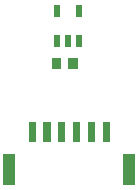
<source format=gtp>
G04 Layer: TopPasteMaskLayer*
G04 EasyEDA v6.4.23, 2021-09-04T00:31:51+08:00*
G04 872143699bd64a1e8f6259a32930bd7b,34bb6763e28e4bbdb854ef51fa08daf4,10*
G04 Gerber Generator version 0.2*
G04 Scale: 100 percent, Rotated: No, Reflected: No *
G04 Dimensions in millimeters *
G04 leading zeros omitted , absolute positions ,4 integer and 5 decimal *
%FSLAX45Y45*%
%MOMM*%

%ADD16R,0.6000X1.0000*%

%LPD*%
G36*
X1503199Y1226101D02*
G01*
X1583199Y1226101D01*
X1583199Y1136098D01*
X1503199Y1136098D01*
G37*
G36*
X1363200Y1226101D02*
G01*
X1443200Y1226101D01*
X1443200Y1136098D01*
X1363200Y1136098D01*
G37*
G36*
X1291854Y689610D02*
G01*
X1351798Y689610D01*
X1351798Y519429D01*
X1291854Y519429D01*
G37*
G36*
X1166926Y689610D02*
G01*
X1226870Y689610D01*
X1226870Y519429D01*
X1166926Y519429D01*
G37*
G36*
X1966584Y419501D02*
G01*
X2066660Y419501D01*
X2066660Y149499D01*
X1966584Y149499D01*
G37*
G36*
X951862Y419501D02*
G01*
X1051938Y419501D01*
X1051938Y149499D01*
X951862Y149499D01*
G37*
G36*
X1416834Y689610D02*
G01*
X1476778Y689610D01*
X1476778Y519429D01*
X1416834Y519429D01*
G37*
G36*
X1541820Y689610D02*
G01*
X1601764Y689610D01*
X1601764Y519429D01*
X1541820Y519429D01*
G37*
G36*
X1666798Y689607D02*
G01*
X1726742Y689607D01*
X1726742Y519427D01*
X1666798Y519427D01*
G37*
G36*
X1791776Y689607D02*
G01*
X1851720Y689607D01*
X1851720Y519427D01*
X1791776Y519427D01*
G37*
D16*
G01*
X1405001Y1630019D03*
G01*
X1594993Y1630019D03*
G01*
X1594993Y1369999D03*
G01*
X1499996Y1369999D03*
G01*
X1405001Y1369999D03*
M02*

</source>
